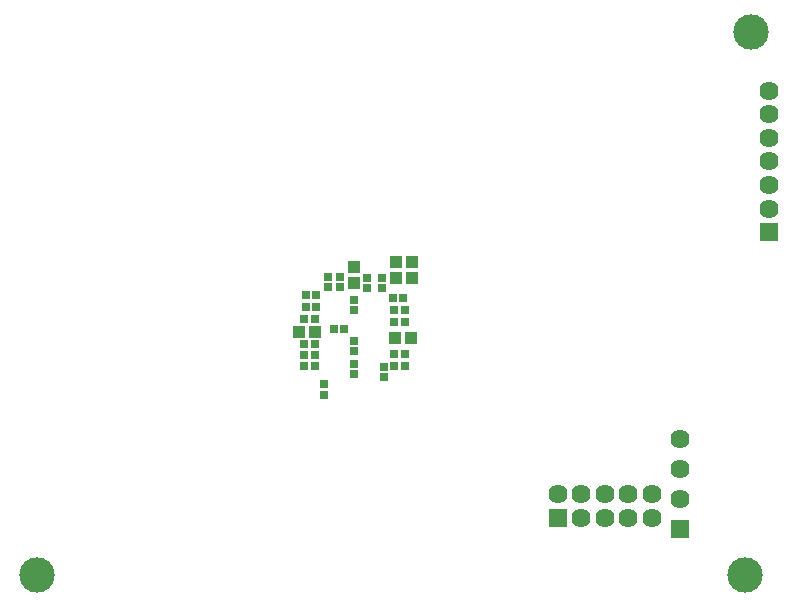
<source format=gbs>
G04*
G04 #@! TF.GenerationSoftware,Altium Limited,Altium Designer,24.4.1 (13)*
G04*
G04 Layer_Color=16711935*
%FSLAX44Y44*%
%MOMM*%
G71*
G04*
G04 #@! TF.SameCoordinates,15E4D96D-5BE7-4AE5-8AB4-AC3752DCFCC4*
G04*
G04*
G04 #@! TF.FilePolarity,Negative*
G04*
G01*
G75*
%ADD44C,3.0000*%
%ADD45R,1.0200X1.1200*%
%ADD48R,0.7200X0.7600*%
%ADD51R,0.7600X0.7200*%
%ADD57R,1.1200X1.0200*%
%ADD65C,1.6200*%
%ADD66R,1.6200X1.6200*%
D44*
X925000Y700000D02*
D03*
X920000Y240000D02*
D03*
X320000D02*
D03*
D45*
X542250Y446000D02*
D03*
X555750D02*
D03*
X624250Y505000D02*
D03*
X637750D02*
D03*
Y491000D02*
D03*
X624250D02*
D03*
X637000Y440500D02*
D03*
X623500D02*
D03*
D48*
X555400Y417000D02*
D03*
X546600D02*
D03*
X571600Y448000D02*
D03*
X580400D02*
D03*
X621600Y474000D02*
D03*
X630400D02*
D03*
X622600Y454000D02*
D03*
X631400D02*
D03*
X555400Y435000D02*
D03*
X546600D02*
D03*
Y426000D02*
D03*
X555400D02*
D03*
Y457000D02*
D03*
X546600D02*
D03*
X631400Y464000D02*
D03*
X622600D02*
D03*
X631400Y427000D02*
D03*
X622600D02*
D03*
X631400Y417000D02*
D03*
X622600D02*
D03*
X556400Y477000D02*
D03*
X547600D02*
D03*
Y467000D02*
D03*
X556400D02*
D03*
D51*
X563000Y401400D02*
D03*
Y392600D02*
D03*
X614371Y407120D02*
D03*
Y415920D02*
D03*
X577000Y483600D02*
D03*
Y492400D02*
D03*
X567000D02*
D03*
Y483600D02*
D03*
X612000Y482600D02*
D03*
Y491400D02*
D03*
X600000D02*
D03*
Y482600D02*
D03*
X588500Y464100D02*
D03*
Y472900D02*
D03*
Y410100D02*
D03*
Y418900D02*
D03*
Y437900D02*
D03*
Y429100D02*
D03*
D57*
Y486750D02*
D03*
Y500250D02*
D03*
D65*
X865000Y355400D02*
D03*
Y304600D02*
D03*
Y330000D02*
D03*
X940000Y590000D02*
D03*
Y610000D02*
D03*
Y630000D02*
D03*
Y550000D02*
D03*
Y570000D02*
D03*
Y650000D02*
D03*
X761000Y308000D02*
D03*
X781000Y288000D02*
D03*
Y308000D02*
D03*
X801000Y288000D02*
D03*
Y308000D02*
D03*
X821000Y288000D02*
D03*
Y308000D02*
D03*
X841000Y288000D02*
D03*
Y308000D02*
D03*
D66*
X865000Y279200D02*
D03*
X940000Y530000D02*
D03*
X761000Y288000D02*
D03*
M02*

</source>
